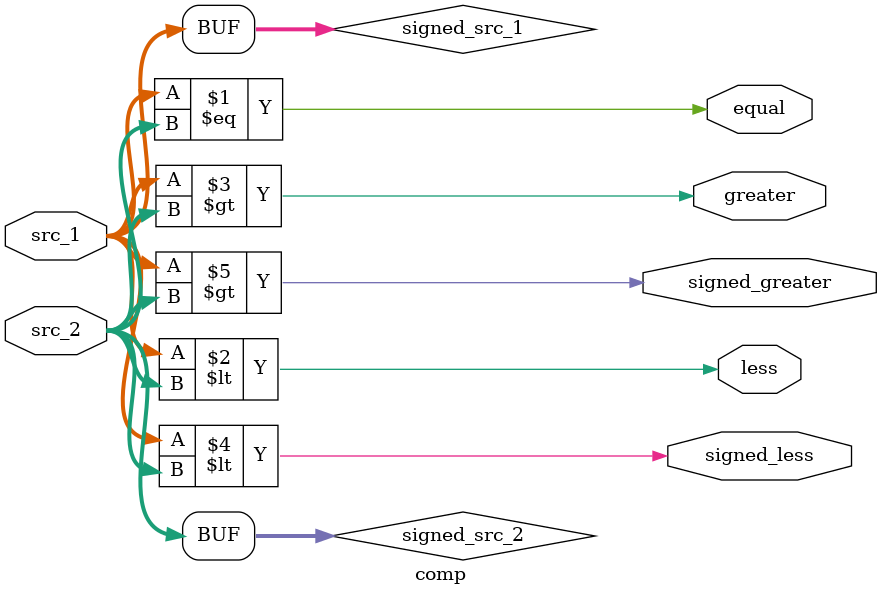
<source format=v>
/*
 Comparator (Comp)
 */
module comp
(
 input [31:0] src_1,
 input [31:0] src_2,
 output       equal,
 output       less,
 output       greater,
 output       signed_less,
 output       signed_greater
 );

  wire signed [31:0] signed_src_1;
  wire signed [31:0] signed_src_2;

  assign signed_src_1 = src_1;
  assign signed_src_2 = src_2;

  assign equal   = src_1 == src_2;
  assign less    = src_1  < src_2;
  assign greater = src_1  > src_2;

  assign signed_less    = signed_src_1 < signed_src_2;
  assign signed_greater = signed_src_1 > signed_src_2;
  
endmodule // comp 

</source>
